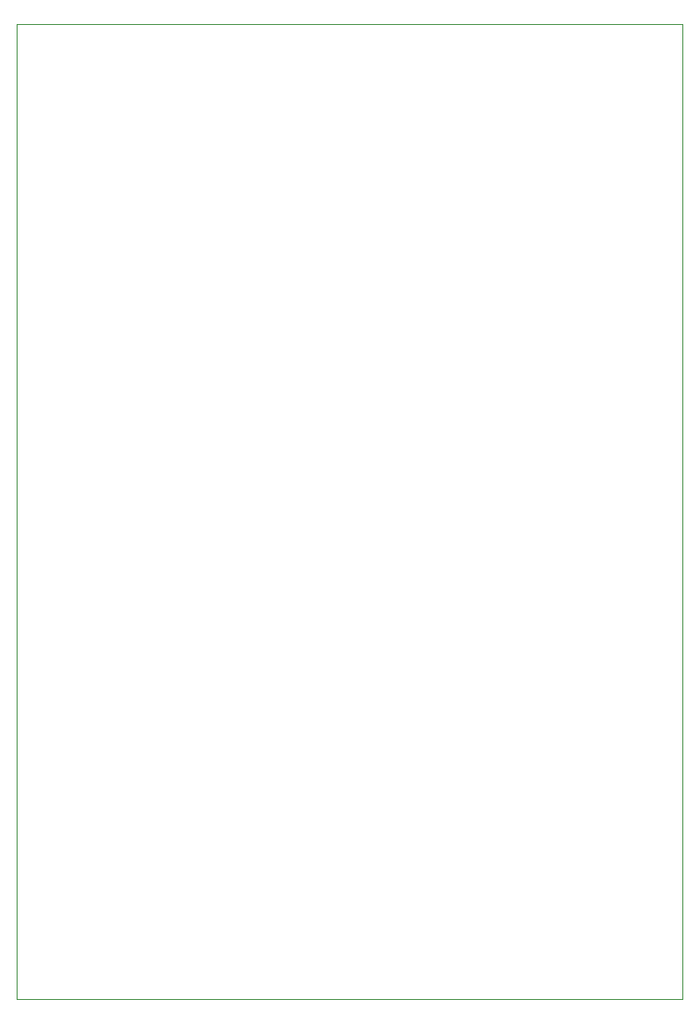
<source format=gbr>
%TF.GenerationSoftware,Altium Limited,Altium Designer,22.5.1 (42)*%
G04 Layer_Color=0*
%FSLAX45Y45*%
%MOMM*%
%TF.SameCoordinates,0F5D3445-5268-4BF5-932C-448DE224A770*%
%TF.FilePolarity,Positive*%
%TF.FileFunction,Profile,NP*%
%TF.Part,Single*%
G01*
G75*
%TA.AperFunction,Profile*%
%ADD57C,0.02540*%
D57*
X5740400Y2819400D02*
X5740399Y11747500D01*
X11836400D01*
X11836400Y2819400D01*
X5740400D01*
%TF.MD5,cf3223e3479f5a225a75ef39f06021f9*%
M02*

</source>
